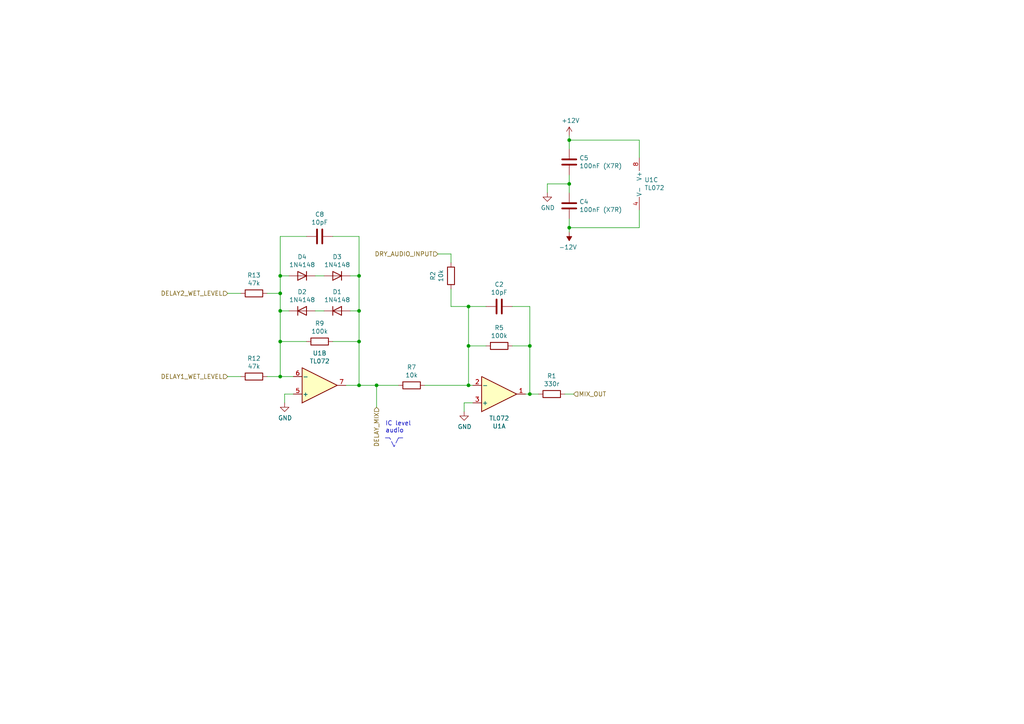
<source format=kicad_sch>
(kicad_sch (version 20211123) (generator eeschema)
  (paper "A4")
  (title_block (date "2022-03-04") (rev "v05") (comment 2 "creativecommons.org/licenses/by/4.0/") (comment 3 "License: CC BY 4.0") (comment 4 "Author: Guy John"))
  (lib_symbols
    (symbol "Amplifier_Operational:TL072" (pin_names (offset 0.127))
      (property "Reference" "U" (at 0 5.08 0))
      (property "Value" "TL072" (at 0 -5.08 0))
      (symbol "TL072_1_1"
        (polyline (pts (xy -5.08 5.08) (xy 5.08 0) (xy -5.08 -5.08) (xy -5.08 5.08)) (stroke (width 0.254)) (fill (type background)))
        (pin output line (at 7.62 0 180) (length 2.54) (name "~") (number "1"))
        (pin input line (at -7.62 -2.54 0) (length 2.54) (name "-") (number "2"))
        (pin input line (at -7.62 2.54 0) (length 2.54) (name "+") (number "3"))
      )
      (symbol "TL072_2_1"
        (polyline (pts (xy -5.08 5.08) (xy 5.08 0) (xy -5.08 -5.08) (xy -5.08 5.08)) (stroke (width 0.254)) (fill (type background)))
        (pin input line (at -7.62 2.54 0) (length 2.54) (name "+") (number "5"))
        (pin input line (at -7.62 -2.54 0) (length 2.54) (name "-") (number "6"))
        (pin output line (at 7.62 0 180) (length 2.54) (name "~") (number "7"))
      )
      (symbol "TL072_3_1"
        (pin power_in line (at -2.54 -7.62 90) (length 3.81) (name "V-") (number "4"))
        (pin power_in line (at -2.54 7.62 270) (length 3.81) (name "V+") (number "8"))
      )
    )
    (symbol "Device:C" (pin_numbers hide) (pin_names (offset 0.254))
      (property "Reference" "C" (at 0.635 2.54 0))
      (property "Value" "C" (at 0.635 -2.54 0))
      (symbol "C_0_1"
        (polyline (pts (xy -2.032 -0.762) (xy 2.032 -0.762)) (stroke (width 0.508)))
        (polyline (pts (xy -2.032 0.762) (xy 2.032 0.762)) (stroke (width 0.508)))
      )
      (symbol "C_1_1"
        (pin passive line (at 0 3.81 270) (length 2.794) (name "~") (number "1"))
        (pin passive line (at 0 -3.81 90) (length 2.794) (name "~") (number "2"))
      )
    )
    (symbol "Device:D" (pin_numbers hide) (pin_names (offset 1.016) hide)
      (property "Reference" "D" (at 0 2.54 0))
      (property "Value" "D" (at 0 -2.54 0))
      (symbol "D_0_1"
        (polyline (pts (xy -1.27 1.27) (xy -1.27 -1.27)) (stroke (width 0.254)))
        (polyline (pts (xy 1.27 0) (xy -1.27 0)))
        (polyline (pts (xy 1.27 1.27) (xy 1.27 -1.27) (xy -1.27 0) (xy 1.27 1.27)) (stroke (width 0.254)))
      )
      (symbol "D_1_1"
        (pin passive line (at -3.81 0 0) (length 2.54) (name "K") (number "1"))
        (pin passive line (at 3.81 0 180) (length 2.54) (name "A") (number "2"))
      )
    )
    (symbol "Device:R" (pin_numbers hide) (pin_names (offset 0))
      (property "Reference" "R" (at 2.032 0 90))
      (property "Value" "R" (at 0 0 90))
      (symbol "R_0_1"
        (rectangle (start -1.016 -2.54) (end 1.016 2.54) (stroke (width 0.254)))
      )
      (symbol "R_1_1"
        (pin passive line (at 0 3.81 270) (length 1.27) (name "~") (number "1"))
        (pin passive line (at 0 -3.81 90) (length 1.27) (name "~") (number "2"))
      )
    )
    (symbol "power:+12V" (power) (pin_names (offset 0))
      (property "Value" "+12V" (at 0 3.556 0))
      (symbol "+12V_0_1"
        (polyline (pts (xy -0.762 1.27) (xy 0 2.54)))
        (polyline (pts (xy 0 0) (xy 0 2.54)))
        (polyline (pts (xy 0 2.54) (xy 0.762 1.27)))
      )
      (symbol "+12V_1_1"
        (pin power_in line (at 0 0 90) (length 0) hide (name "+12V") (number "1"))
      )
    )
    (symbol "power:-12V" (power) (pin_names (offset 0))
      (property "Value" "-12V" (at 0 3.81 0))
      (symbol "-12V_0_0"
        (pin power_in line (at 0 0 90) (length 0) hide (name "-12V") (number "1"))
      )
      (symbol "-12V_0_1"
        (polyline (pts (xy 0 0) (xy 0 1.27) (xy 0.762 1.27) (xy 0 2.54) (xy -0.762 1.27) (xy 0 1.27)) (fill (type outline)))
      )
    )
    (symbol "power:GND" (power) (pin_names (offset 0))
      (property "Value" "GND" (at 0 -3.81 0))
      (symbol "GND_0_1"
        (polyline (pts (xy 0 0) (xy 0 -1.27) (xy 1.27 -1.27) (xy 0 -2.54) (xy -1.27 -1.27) (xy 0 -1.27)))
      )
      (symbol "GND_1_1"
        (pin power_in line (at 0 0 270) (length 0) hide (name "GND") (number "1"))
      )
    )
  )
  (junction (at 104.14 90.17))
  (junction (at 104.14 111.76))
  (junction (at 104.14 99.06))
  (junction (at 165.1 40.64))
  (junction (at 153.67 100.33))
  (junction (at 165.1 66.04))
  (junction (at 153.67 114.3))
  (junction (at 81.28 99.06))
  (junction (at 81.28 85.09))
  (junction (at 135.89 111.76))
  (junction (at 109.22 111.76))
  (junction (at 135.89 100.33))
  (junction (at 104.14 80.01))
  (junction (at 81.28 80.01))
  (junction (at 81.28 109.22))
  (junction (at 165.1 53.34))
  (junction (at 81.28 90.17))
  (junction (at 135.89 88.9))
  (wire (pts (xy 135.89 100.33) (xy 135.89 111.76)))
  (wire (pts (xy 82.55 114.3) (xy 82.55 116.84)))
  (wire (pts (xy 104.14 90.17) (xy 104.14 99.06)))
  (wire (pts (xy 81.28 99.06) (xy 81.28 109.22)))
  (wire (pts (xy 130.81 73.66) (xy 130.81 76.2)))
  (wire (pts (xy 96.52 68.58) (xy 104.14 68.58)))
  (wire (pts (xy 165.1 53.34) (xy 165.1 50.8)))
  (wire (pts (xy 109.22 111.76) (xy 109.22 118.11)))
  (wire (pts (xy 66.04 109.22) (xy 69.85 109.22)))
  (wire (pts (xy 165.1 40.64) (xy 165.1 39.37)))
  (polyline (pts (xy 116.84 127) (xy 115.57 127)))
  (wire (pts (xy 77.47 109.22) (xy 81.28 109.22)))
  (wire (pts (xy 104.14 99.06) (xy 104.14 111.76)))
  (wire (pts (xy 81.28 109.22) (xy 85.09 109.22)))
  (wire (pts (xy 85.09 114.3) (xy 82.55 114.3)))
  (polyline (pts (xy 115.57 127) (xy 114.3 129.54)))
  (wire (pts (xy 158.75 53.34) (xy 158.75 55.88)))
  (wire (pts (xy 91.44 90.17) (xy 93.98 90.17)))
  (wire (pts (xy 101.6 90.17) (xy 104.14 90.17)))
  (wire (pts (xy 130.81 73.66) (xy 127 73.66)))
  (wire (pts (xy 81.28 80.01) (xy 83.82 80.01)))
  (wire (pts (xy 81.28 80.01) (xy 81.28 85.09)))
  (wire (pts (xy 109.22 111.76) (xy 115.57 111.76)))
  (wire (pts (xy 81.28 68.58) (xy 81.28 80.01)))
  (wire (pts (xy 130.81 88.9) (xy 135.89 88.9)))
  (wire (pts (xy 185.42 66.04) (xy 185.42 60.96)))
  (wire (pts (xy 152.4 114.3) (xy 153.67 114.3)))
  (polyline (pts (xy 113.03 127) (xy 111.76 127)))
  (wire (pts (xy 153.67 114.3) (xy 153.67 100.33)))
  (wire (pts (xy 165.1 67.31) (xy 165.1 66.04)))
  (wire (pts (xy 153.67 114.3) (xy 156.21 114.3)))
  (wire (pts (xy 91.44 80.01) (xy 93.98 80.01)))
  (wire (pts (xy 165.1 40.64) (xy 185.42 40.64)))
  (wire (pts (xy 165.1 66.04) (xy 165.1 63.5)))
  (wire (pts (xy 165.1 40.64) (xy 165.1 43.18)))
  (wire (pts (xy 137.16 111.76) (xy 135.89 111.76)))
  (wire (pts (xy 83.82 90.17) (xy 81.28 90.17)))
  (wire (pts (xy 77.47 85.09) (xy 81.28 85.09)))
  (wire (pts (xy 123.19 111.76) (xy 135.89 111.76)))
  (wire (pts (xy 163.83 114.3) (xy 166.37 114.3)))
  (wire (pts (xy 137.16 116.84) (xy 134.62 116.84)))
  (wire (pts (xy 140.97 100.33) (xy 135.89 100.33)))
  (wire (pts (xy 158.75 53.34) (xy 165.1 53.34)))
  (wire (pts (xy 135.89 88.9) (xy 140.97 88.9)))
  (wire (pts (xy 88.9 68.58) (xy 81.28 68.58)))
  (wire (pts (xy 135.89 88.9) (xy 135.89 100.33)))
  (wire (pts (xy 66.04 85.09) (xy 69.85 85.09)))
  (wire (pts (xy 185.42 40.64) (xy 185.42 45.72)))
  (wire (pts (xy 165.1 66.04) (xy 185.42 66.04)))
  (wire (pts (xy 104.14 111.76) (xy 109.22 111.76)))
  (wire (pts (xy 81.28 90.17) (xy 81.28 99.06)))
  (wire (pts (xy 81.28 85.09) (xy 81.28 90.17)))
  (wire (pts (xy 148.59 88.9) (xy 153.67 88.9)))
  (wire (pts (xy 101.6 80.01) (xy 104.14 80.01)))
  (wire (pts (xy 100.33 111.76) (xy 104.14 111.76)))
  (wire (pts (xy 153.67 100.33) (xy 148.59 100.33)))
  (wire (pts (xy 130.81 83.82) (xy 130.81 88.9)))
  (polyline (pts (xy 114.3 129.54) (xy 113.03 127)))
  (wire (pts (xy 104.14 80.01) (xy 104.14 90.17)))
  (wire (pts (xy 153.67 88.9) (xy 153.67 100.33)))
  (wire (pts (xy 104.14 68.58) (xy 104.14 80.01)))
  (wire (pts (xy 88.9 99.06) (xy 81.28 99.06)))
  (wire (pts (xy 165.1 55.88) (xy 165.1 53.34)))
  (wire (pts (xy 134.62 116.84) (xy 134.62 119.38)))
  (wire (pts (xy 96.52 99.06) (xy 104.14 99.06)))
  (text "IC level\naudio" (at 111.76 125.73 0) (effects (font (size 1.27 1.27)) (justify left bottom)))
  (hierarchical_label "DELAY1_WET_LEVEL" (shape input) (at 66.04 109.22 180))
  (hierarchical_label "DELAY2_WET_LEVEL" (shape input) (at 66.04 85.09 180))
  (hierarchical_label "MIX_OUT" (shape input) (at 166.37 114.3 0))
  (hierarchical_label "DRY_AUDIO_INPUT" (shape input) (at 127 73.66 180))
  (hierarchical_label "DELAY_MIX" (shape input) (at 109.22 118.11 270))
  (symbol (lib_id "Device:C") (at 92.71 68.58 270) (unit 1)
    (property "Reference" "C8" (at 92.71 62.1792 90))
    (property "Value" "10pF" (at 92.71 64.4906 90))
    (property "Footprint" "Rumblesan_Footprints:C_Rect_L7.0mm_W3.5mm_P5.00mm" (effects hide))
  )
  (symbol (lib_id "Device:R") (at 119.38 111.76 270) (unit 1)
    (property "Reference" "R7" (at 119.38 106.5022 90))
    (property "Value" "10k" (at 119.38 108.8136 90))
    (property "Footprint" "Rumblesan_Footprints:Resistor_THT_L6.3mm_D2.5mm_P10.16mm_Horizontal" (effects hide))
  )
  (symbol (lib_id "Device:R") (at 144.78 100.33 270) (unit 1)
    (property "Reference" "R5" (at 144.78 95.0722 90))
    (property "Value" "100k" (at 144.78 97.3836 90))
    (property "Footprint" "Rumblesan_Footprints:Resistor_THT_L6.3mm_D2.5mm_P10.16mm_Horizontal" (effects hide))
  )
  (symbol (lib_id "Device:C") (at 144.78 88.9 270) (unit 1)
    (property "Reference" "C2" (at 144.78 82.4992 90))
    (property "Value" "10pF" (at 144.78 84.8106 90))
    (property "Footprint" "Rumblesan_Footprints:C_Rect_L7.0mm_W3.5mm_P5.00mm" (effects hide))
  )
  (symbol (lib_id "Device:R") (at 160.02 114.3 270) (unit 1)
    (property "Reference" "R1" (at 160.02 109.0422 90))
    (property "Value" "330r" (at 160.02 111.3536 90))
    (property "Footprint" "Rumblesan_Footprints:Resistor_THT_L6.3mm_D2.5mm_P10.16mm_Horizontal" (effects hide))
  )
  (symbol (lib_id "Device:R") (at 130.81 80.01 0) (unit 1)
    (property "Reference" "R2" (at 125.5522 80.01 90))
    (property "Value" "10k" (at 127.8636 80.01 90))
    (property "Footprint" "Rumblesan_Footprints:Resistor_THT_L6.3mm_D2.5mm_P10.16mm_Horizontal" (effects hide))
  )
  (symbol (lib_id "Amplifier_Operational:TL072") (at 144.78 114.3 0) (mirror x) (unit 1)
    (property "Reference" "U1" (at 144.78 123.6218 0))
    (property "Value" "TL072" (at 144.78 121.3104 0))
    (property "Footprint" "Rumblesan_Footprints:DIP-8_W7.62mm_Socket" (effects hide))
    (property "Datasheet" "http://www.ti.com/lit/ds/symlink/tl071.pdf" (effects hide))
  )
  (symbol (lib_id "Device:D") (at 97.79 80.01 180) (unit 1)
    (property "Reference" "D3" (at 97.79 74.4982 0))
    (property "Value" "1N4148" (at 97.79 76.8096 0))
    (property "Footprint" "Rumblesan_Footprints:Diode_THT_P7.62mm_Horizontal" (effects hide))
  )
  (symbol (lib_id "Device:D") (at 87.63 80.01 180) (unit 1)
    (property "Reference" "D4" (at 87.63 74.4982 0))
    (property "Value" "1N4148" (at 87.63 76.8096 0))
    (property "Footprint" "Rumblesan_Footprints:Diode_THT_P7.62mm_Horizontal" (effects hide))
  )
  (symbol (lib_id "Device:D") (at 97.79 90.17 0) (unit 1)
    (property "Reference" "D1" (at 97.79 84.6582 0))
    (property "Value" "1N4148" (at 97.79 86.9696 0))
    (property "Footprint" "Rumblesan_Footprints:Diode_THT_P7.62mm_Horizontal" (effects hide))
  )
  (symbol (lib_id "Device:D") (at 87.63 90.17 0) (unit 1)
    (property "Reference" "D2" (at 87.63 84.6582 0))
    (property "Value" "1N4148" (at 87.63 86.9696 0))
    (property "Footprint" "Rumblesan_Footprints:Diode_THT_P7.62mm_Horizontal" (effects hide))
  )
  (symbol (lib_id "Device:R") (at 92.71 99.06 270) (unit 1)
    (property "Reference" "R9" (at 92.71 93.8022 90))
    (property "Value" "100k" (at 92.71 96.1136 90))
    (property "Footprint" "Rumblesan_Footprints:Resistor_THT_L6.3mm_D2.5mm_P10.16mm_Horizontal" (effects hide))
  )
  (symbol (lib_id "Device:R") (at 73.66 85.09 270) (unit 1)
    (property "Reference" "R13" (at 73.66 79.8322 90))
    (property "Value" "47k" (at 73.66 82.1436 90))
    (property "Footprint" "Rumblesan_Footprints:Resistor_THT_L6.3mm_D2.5mm_P10.16mm_Horizontal" (effects hide))
  )
  (symbol (lib_id "Device:R") (at 73.66 109.22 270) (unit 1)
    (property "Reference" "R12" (at 73.66 103.9622 90))
    (property "Value" "47k" (at 73.66 106.2736 90))
    (property "Footprint" "Rumblesan_Footprints:Resistor_THT_L6.3mm_D2.5mm_P10.16mm_Horizontal" (effects hide))
  )
  (symbol (lib_id "Amplifier_Operational:TL072") (at 92.71 111.76 0) (mirror x) (unit 2)
    (property "Reference" "U1" (at 92.71 102.4382 0))
    (property "Value" "TL072" (at 92.71 104.7496 0))
    (property "Footprint" "Rumblesan_Footprints:DIP-8_W7.62mm_Socket" (effects hide))
    (property "Datasheet" "http://www.ti.com/lit/ds/symlink/tl071.pdf" (effects hide))
  )
  (symbol (lib_id "Device:C") (at 165.1 46.99 180) (unit 1)
    (property "Reference" "C5" (at 168.021 45.8216 0) (effects (justify right)))
    (property "Value" "100nF (X7R)" (at 168.021 48.133 0) (effects (justify right)))
    (property "Footprint" "Rumblesan_Footprints:C_Rect_L7.0mm_W3.5mm_P5.00mm" (effects hide))
  )
  (symbol (lib_id "Device:C") (at 165.1 59.69 180) (unit 1)
    (property "Reference" "C4" (at 168.021 58.5216 0) (effects (justify right)))
    (property "Value" "100nF (X7R)" (at 168.021 60.833 0) (effects (justify right)))
    (property "Footprint" "Rumblesan_Footprints:C_Rect_L7.0mm_W3.5mm_P5.00mm" (effects hide))
  )
  (symbol (lib_id "Amplifier_Operational:TL072") (at 187.96 53.34 0) (unit 3)
    (property "Reference" "U1" (at 186.8932 52.1716 0) (effects (justify left)))
    (property "Value" "TL072" (at 186.8932 54.483 0) (effects (justify left)))
    (property "Footprint" "Rumblesan_Footprints:DIP-8_W7.62mm_Socket" (effects hide))
    (property "Datasheet" "http://www.ti.com/lit/ds/symlink/tl071.pdf" (effects hide))
  )
  (symbol (lib_id "power:-12V") (at 165.1 67.31 180) (unit 1)
    (property "Reference" "#PWR0163" (effects hide))
    (property "Value" "-12V" (at 164.719 71.7042 0))
  )
  (symbol (lib_id "power:GND") (at 158.75 55.88 0) (unit 1)
    (property "Reference" "#PWR0164" (effects hide))
    (property "Value" "GND" (at 158.877 60.2742 0))
  )
  (symbol (lib_id "power:GND") (at 134.62 119.38 0) (unit 1)
    (property "Reference" "#PWR0161" (effects hide))
    (property "Value" "GND" (at 134.747 123.7742 0))
  )
  (symbol (lib_id "power:+12V") (at 165.1 39.37 0) (unit 1)
    (property "Reference" "#PWR0162" (effects hide))
    (property "Value" "+12V" (at 165.481 34.9758 0))
  )
  (symbol (lib_id "power:GND") (at 82.55 116.84 0) (unit 1)
    (property "Reference" "#PWR0165" (effects hide))
    (property "Value" "GND" (at 82.677 121.2342 0))
  )
)
</source>
